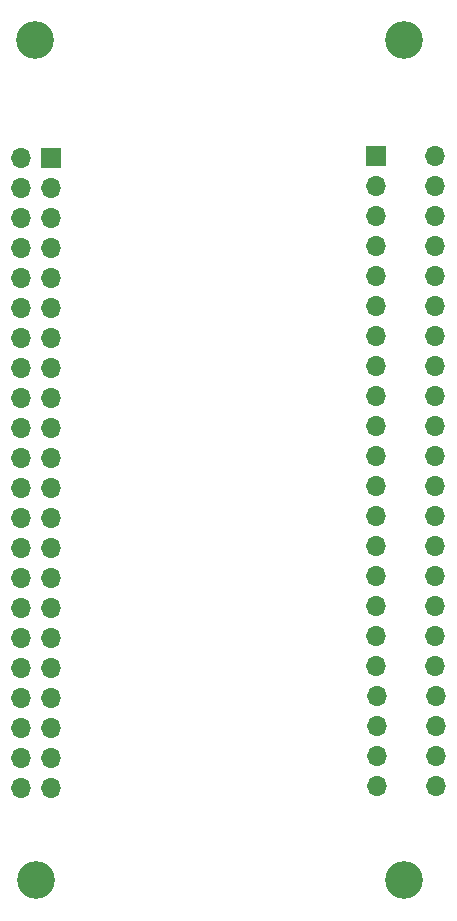
<source format=gbr>
%TF.GenerationSoftware,KiCad,Pcbnew,(6.0.6)*%
%TF.CreationDate,2022-10-16T15:28:40-05:00*%
%TF.ProjectId,IO_Riser,494f5f52-6973-4657-922e-6b696361645f,rev?*%
%TF.SameCoordinates,Original*%
%TF.FileFunction,Soldermask,Top*%
%TF.FilePolarity,Negative*%
%FSLAX46Y46*%
G04 Gerber Fmt 4.6, Leading zero omitted, Abs format (unit mm)*
G04 Created by KiCad (PCBNEW (6.0.6)) date 2022-10-16 15:28:40*
%MOMM*%
%LPD*%
G01*
G04 APERTURE LIST*
%ADD10O,1.700000X1.700000*%
%ADD11R,1.700000X1.700000*%
%ADD12C,3.200000*%
G04 APERTURE END LIST*
D10*
%TO.C,J2*%
X156905000Y-111795000D03*
X151905000Y-111795000D03*
X156905000Y-109255000D03*
X151905000Y-109255000D03*
X156905000Y-106715000D03*
X151905000Y-106715000D03*
X156905000Y-104175000D03*
X151905000Y-104175000D03*
X156825000Y-101635000D03*
X151825000Y-101635000D03*
X156825000Y-99095000D03*
X151825000Y-99095000D03*
X156825000Y-96555000D03*
X151825000Y-96555000D03*
X156825000Y-94015000D03*
X151825000Y-94015000D03*
X156825000Y-91475000D03*
X151825000Y-91475000D03*
X156825000Y-88935000D03*
X151825000Y-88935000D03*
X156825000Y-86395000D03*
X151825000Y-86395000D03*
X156825000Y-83855000D03*
X151825000Y-83855000D03*
X156825000Y-81315000D03*
X151825000Y-81315000D03*
X156825000Y-78775000D03*
X151825000Y-78775000D03*
X156825000Y-76235000D03*
X151825000Y-76235000D03*
X156825000Y-73695000D03*
X151825000Y-73695000D03*
X156825000Y-71155000D03*
X151825000Y-71155000D03*
X156825000Y-68615000D03*
X151825000Y-68615000D03*
X156825000Y-66075000D03*
X151825000Y-66075000D03*
X156825000Y-63535000D03*
X151825000Y-63535000D03*
X156825000Y-60995000D03*
X151825000Y-60995000D03*
X156825000Y-58455000D03*
D11*
X151825000Y-58455000D03*
%TD*%
%TO.C,J1*%
X124275000Y-58625000D03*
D10*
X121735000Y-58625000D03*
X124275000Y-61165000D03*
X121735000Y-61165000D03*
X124275000Y-63705000D03*
X121735000Y-63705000D03*
X124275000Y-66245000D03*
X121735000Y-66245000D03*
X124275000Y-68785000D03*
X121735000Y-68785000D03*
X124275000Y-71325000D03*
X121735000Y-71325000D03*
X124275000Y-73865000D03*
X121735000Y-73865000D03*
X124275000Y-76405000D03*
X121735000Y-76405000D03*
X124275000Y-78945000D03*
X121735000Y-78945000D03*
X124275000Y-81485000D03*
X121735000Y-81485000D03*
X124275000Y-84025000D03*
X121735000Y-84025000D03*
X124275000Y-86565000D03*
X121735000Y-86565000D03*
X124275000Y-89105000D03*
X121735000Y-89105000D03*
X124275000Y-91645000D03*
X121735000Y-91645000D03*
X124275000Y-94185000D03*
X121735000Y-94185000D03*
X124275000Y-96725000D03*
X121735000Y-96725000D03*
X124275000Y-99265000D03*
X121735000Y-99265000D03*
X124275000Y-101805000D03*
X121735000Y-101805000D03*
X124275000Y-104345000D03*
X121735000Y-104345000D03*
X124275000Y-106885000D03*
X121735000Y-106885000D03*
X124275000Y-109425000D03*
X121735000Y-109425000D03*
X124275000Y-111965000D03*
X121735000Y-111965000D03*
%TD*%
D12*
%TO.C,H4*%
X154200000Y-48700000D03*
%TD*%
%TO.C,H3*%
X154200000Y-119800000D03*
%TD*%
%TO.C,H2*%
X122900000Y-48700000D03*
%TD*%
%TO.C,H1*%
X123000000Y-119800000D03*
%TD*%
M02*

</source>
